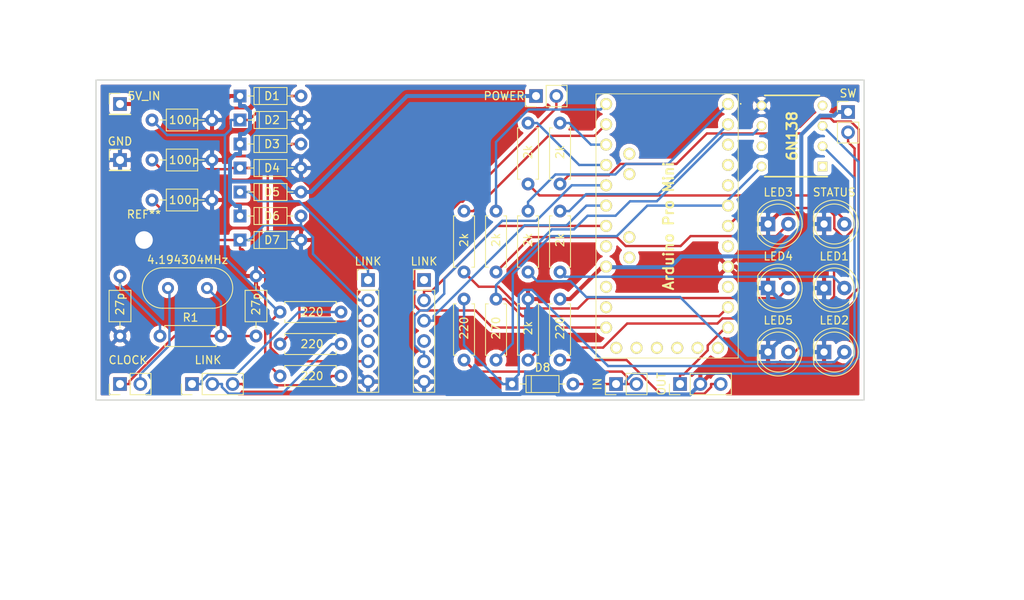
<source format=kicad_pcb>
(kicad_pcb (version 4) (host pcbnew 4.0.7)
  (layers (0 F.Cu signal) (31 B.Cu signal) (34 B.Paste user hide) (35 F.Paste user) (36 B.SilkS user) (37 F.SilkS user) (38 B.Mask user) (39 F.Mask user) (44 Edge.Cuts user))
  (net 0 "")
  (net 1 GND)
  (net 2 "Net-(C1-Pad2)")
  (net 3 "Net-(C2-Pad1)")
  (net 4 "Net-(C3-Pad1)")
  (net 5 "Net-(C4-Pad1)")
  (net 6 "Net-(C5-Pad1)")
  (net 7 VCC)
  (net 8 "Net-(D5-Pad1)")
  (net 9 "Net-(D8-Pad1)")
  (net 10 "Net-(D8-Pad2)")
  (net 11 "Net-(D9-Pad2)")
  (net 12 "Net-(D10-Pad2)")
  (net 13 "Net-(D11-Pad2)")
  (net 14 "Net-(D12-Pad2)")
  (net 15 "Net-(D13-Pad2)")
  (net 16 "Net-(D14-Pad2)")
  (net 17 D9)
  (net 18 D8)
  (net 19 "Net-(IC1-Pad3)")
  (net 20 "Net-(IC1-Pad4)")
  (net 21 "Net-(IC1-Pad5)")
  (net 22 D4)
  (net 23 "Net-(IC1-Pad7)")
  (net 24 "Net-(IC1-Pad8)")
  (net 25 "Net-(IC1-Pad10)")
  (net 26 RX)
  (net 27 TX)
  (net 28 RAW)
  (net 29 "Net-(IC1-Pad14)")
  (net 30 "Net-(IC1-Pad15)")
  (net 31 5V)
  (net 32 "Net-(IC1-Pad17)")
  (net 33 A2)
  (net 34 A1)
  (net 35 A0)
  (net 36 D13)
  (net 37 D12)
  (net 38 D11)
  (net 39 D10)
  (net 40 "Net-(IC1-Pad25)")
  (net 41 "Net-(IC1-Pad26)")
  (net 42 "Net-(IC1-Pad27)")
  (net 43 "Net-(IC1-Pad28)")
  (net 44 "Net-(IC1-Pad29)")
  (net 45 "Net-(IC1-Pad30)")
  (net 46 "Net-(IC1-Pad31)")
  (net 47 "Net-(IC1-Pad32)")
  (net 48 "Net-(IC1-Pad33)")
  (net 49 "Net-(IC1-Pad34)")
  (net 50 "Net-(IC2-Pad1)")
  (net 51 "Net-(IC2-Pad4)")
  (net 52 "Net-(IC2-Pad7)")
  (net 53 "Net-(J1-Pad2)")
  (net 54 "Net-(J2-Pad1)")
  (net 55 "Net-(J2-Pad2)")
  (net 56 "Net-(J2-Pad3)")
  (net 57 "Net-(J3-Pad4)")
  (net 58 "Net-(J5-Pad1)")
  (net 59 "Net-(J5-Pad4)")
  (net 60 "Net-(J8-Pad3)")
  (net 61 "Net-(J10-Pad2)")
  (module Capacitors_THT:C_Axial_L3.8mm_D2.6mm_P7.50mm_Horizontal (layer F.Cu) (at 89 57 90)
    (fp_text reference 27p (at 4 0 90) (layer F.SilkS))
    (fp_text value C)
    (pad 1 thru_hole circle (at 0 0 90) (size 1.6 1.6) (drill 0.8) (layers *.Cu *.Mask) (net 1 GND))
    (pad 2 thru_hole oval (at 7.5 0 90) (size 1.6 1.6) (drill 0.8) (layers *.Cu *.Mask) (net 2 "Net-(C1-Pad2)"))
  )
  (module Capacitors_THT:C_Axial_L3.8mm_D2.6mm_P7.50mm_Horizontal (layer F.Cu) (at 106 57 90)
    (fp_text reference 27p (at 4 0 90) (layer F.SilkS))
    (fp_text value C)
    (pad 1 thru_hole circle (at 0 0 90) (size 1.6 1.6) (drill 0.8) (layers *.Cu *.Mask) (net 3 "Net-(C2-Pad1)"))
    (pad 2 thru_hole oval (at 7.5 0 90) (size 1.6 1.6) (drill 0.8) (layers *.Cu *.Mask) (net 1 GND))
  )
  (module Capacitors_THT:C_Axial_L3.8mm_D2.6mm_P7.50mm_Horizontal (layer F.Cu) (at 93 30)
    (fp_text reference 100p (at 4 0) (layer F.SilkS))
    (fp_text value C)
    (pad 1 thru_hole circle (at 0 0) (size 1.6 1.6) (drill 0.8) (layers *.Cu *.Mask) (net 4 "Net-(C3-Pad1)"))
    (pad 2 thru_hole oval (at 7.5 0) (size 1.6 1.6) (drill 0.8) (layers *.Cu *.Mask) (net 1 GND))
  )
  (module Capacitors_THT:C_Axial_L3.8mm_D2.6mm_P7.50mm_Horizontal (layer F.Cu) (at 93 35)
    (fp_text reference 100p (at 4 0) (layer F.SilkS))
    (fp_text value C)
    (pad 1 thru_hole circle (at 0 0) (size 1.6 1.6) (drill 0.8) (layers *.Cu *.Mask) (net 5 "Net-(C4-Pad1)"))
    (pad 2 thru_hole oval (at 7.5 0) (size 1.6 1.6) (drill 0.8) (layers *.Cu *.Mask) (net 1 GND))
  )
  (module Capacitors_THT:C_Axial_L3.8mm_D2.6mm_P7.50mm_Horizontal (layer F.Cu) (at 93 40)
    (fp_text reference 100p (at 4 0) (layer F.SilkS))
    (fp_text value C)
    (pad 1 thru_hole circle (at 0 0) (size 1.6 1.6) (drill 0.8) (layers *.Cu *.Mask) (net 6 "Net-(C5-Pad1)"))
    (pad 2 thru_hole oval (at 7.5 0) (size 1.6 1.6) (drill 0.8) (layers *.Cu *.Mask) (net 1 GND))
  )
  (module Diodes_THT:D_DO-35_SOD27_P7.62mm_Horizontal (layer F.Cu) (at 104 27)
    (fp_text reference D1 (at 4 0) (layer F.SilkS))
    (fp_text value D)
    (pad 1 thru_hole rect (at 0 0) (size 1.6 1.6) (drill 0.8) (layers *.Cu *.Mask) (net 7 VCC))
    (pad 2 thru_hole oval (at 7.62 0) (size 1.6 1.6) (drill 0.8) (layers *.Cu *.Mask) (net 4 "Net-(C3-Pad1)"))
  )
  (module Diodes_THT:D_DO-35_SOD27_P7.62mm_Horizontal (layer F.Cu) (at 104 30)
    (fp_text reference D2 (at 4 0) (layer F.SilkS))
    (fp_text value D)
    (pad 1 thru_hole rect (at 0 0) (size 1.6 1.6) (drill 0.8) (layers *.Cu *.Mask) (net 4 "Net-(C3-Pad1)"))
    (pad 2 thru_hole oval (at 7.62 0) (size 1.6 1.6) (drill 0.8) (layers *.Cu *.Mask) (net 1 GND))
  )
  (module Diodes_THT:D_DO-35_SOD27_P7.62mm_Horizontal (layer F.Cu) (at 104 33)
    (fp_text reference D3 (at 4 0) (layer F.SilkS))
    (fp_text value D)
    (pad 1 thru_hole rect (at 0 0) (size 1.6 1.6) (drill 0.8) (layers *.Cu *.Mask) (net 7 VCC))
    (pad 2 thru_hole oval (at 7.62 0) (size 1.6 1.6) (drill 0.8) (layers *.Cu *.Mask) (net 5 "Net-(C4-Pad1)"))
  )
  (module Diodes_THT:D_DO-35_SOD27_P7.62mm_Horizontal (layer F.Cu) (at 104 36)
    (fp_text reference D4 (at 4 0) (layer F.SilkS))
    (fp_text value D)
    (pad 1 thru_hole rect (at 0 0) (size 1.6 1.6) (drill 0.8) (layers *.Cu *.Mask) (net 5 "Net-(C4-Pad1)"))
    (pad 2 thru_hole oval (at 7.62 0) (size 1.6 1.6) (drill 0.8) (layers *.Cu *.Mask) (net 1 GND))
  )
  (module Diodes_THT:D_DO-35_SOD27_P7.62mm_Horizontal (layer F.Cu) (at 104 39)
    (fp_text reference D5 (at 4 0) (layer F.SilkS))
    (fp_text value D)
    (pad 1 thru_hole rect (at 0 0) (size 1.6 1.6) (drill 0.8) (layers *.Cu *.Mask) (net 8 "Net-(D5-Pad1)"))
    (pad 2 thru_hole oval (at 7.62 0) (size 1.6 1.6) (drill 0.8) (layers *.Cu *.Mask) (net 7 VCC))
  )
  (module Diodes_THT:D_DO-35_SOD27_P7.62mm_Horizontal (layer F.Cu) (at 104 42)
    (fp_text reference D6 (at 4 0) (layer F.SilkS))
    (fp_text value D)
    (pad 1 thru_hole rect (at 0 0) (size 1.6 1.6) (drill 0.8) (layers *.Cu *.Mask) (net 7 VCC))
    (pad 2 thru_hole oval (at 7.62 0) (size 1.6 1.6) (drill 0.8) (layers *.Cu *.Mask) (net 6 "Net-(C5-Pad1)"))
  )
  (module Diodes_THT:D_DO-35_SOD27_P7.62mm_Horizontal (layer F.Cu) (at 104 45)
    (fp_text reference D7 (at 4 0) (layer F.SilkS))
    (fp_text value D)
    (pad 1 thru_hole rect (at 0 0) (size 1.6 1.6) (drill 0.8) (layers *.Cu *.Mask) (net 6 "Net-(C5-Pad1)"))
    (pad 2 thru_hole oval (at 7.62 0) (size 1.6 1.6) (drill 0.8) (layers *.Cu *.Mask) (net 1 GND))
  )
  (module Diodes_THT:D_DO-35_SOD27_P7.62mm_Horizontal (layer F.Cu) (at 138 63)
    (fp_text reference D8 (at 3.81 -2.06) (layer F.SilkS))
    (fp_text value D)
    (pad 1 thru_hole rect (at 0 0) (size 1.6 1.6) (drill 0.8) (layers *.Cu *.Mask) (net 9 "Net-(D8-Pad1)"))
    (pad 2 thru_hole oval (at 7.62 0) (size 1.6 1.6) (drill 0.8) (layers *.Cu *.Mask) (net 10 "Net-(D8-Pad2)"))
  )
  (module LEDs:LED_D5.0mm (layer F.Cu) (at 177 51)
    (fp_text reference LED1 (at 1.27 -3.96) (layer F.SilkS))
    (fp_text value LED)
    (pad 1 thru_hole rect (at 0 0) (size 1.8 1.8) (drill 0.9) (layers *.Cu *.Mask) (net 1 GND))
    (pad 2 thru_hole circle (at 2.54 0) (size 1.8 1.8) (drill 0.9) (layers *.Cu *.Mask) (net 11 "Net-(D9-Pad2)"))
  )
  (module LEDs:LED_D5.0mm (layer F.Cu) (at 177 59)
    (fp_text reference LED2 (at 1.27 -3.96) (layer F.SilkS))
    (fp_text value LED)
    (pad 1 thru_hole rect (at 0 0) (size 1.8 1.8) (drill 0.9) (layers *.Cu *.Mask) (net 1 GND))
    (pad 2 thru_hole circle (at 2.54 0) (size 1.8 1.8) (drill 0.9) (layers *.Cu *.Mask) (net 12 "Net-(D10-Pad2)"))
  )
  (module LEDs:LED_D5.0mm (layer F.Cu) (at 170 43)
    (fp_text reference LED3 (at 1.27 -3.96) (layer F.SilkS))
    (fp_text value LED)
    (pad 1 thru_hole rect (at 0 0) (size 1.8 1.8) (drill 0.9) (layers *.Cu *.Mask) (net 1 GND))
    (pad 2 thru_hole circle (at 2.54 0) (size 1.8 1.8) (drill 0.9) (layers *.Cu *.Mask) (net 13 "Net-(D11-Pad2)"))
  )
  (module LEDs:LED_D5.0mm (layer F.Cu) (at 170 51)
    (fp_text reference LED4 (at 1.27 -3.96) (layer F.SilkS))
    (fp_text value LED)
    (pad 1 thru_hole rect (at 0 0) (size 1.8 1.8) (drill 0.9) (layers *.Cu *.Mask) (net 1 GND))
    (pad 2 thru_hole circle (at 2.54 0) (size 1.8 1.8) (drill 0.9) (layers *.Cu *.Mask) (net 14 "Net-(D12-Pad2)"))
  )
  (module LEDs:LED_D5.0mm (layer F.Cu) (at 170 59)
    (fp_text reference LED5 (at 1.27 -3.96) (layer F.SilkS))
    (fp_text value LED)
    (pad 1 thru_hole rect (at 0 0) (size 1.8 1.8) (drill 0.9) (layers *.Cu *.Mask) (net 1 GND))
    (pad 2 thru_hole circle (at 2.54 0) (size 1.8 1.8) (drill 0.9) (layers *.Cu *.Mask) (net 15 "Net-(D13-Pad2)"))
  )
  (module LEDs:LED_D5.0mm (layer F.Cu) (at 177 43)
    (fp_text reference STATUS (at 1.27 -3.96) (layer F.SilkS))
    (fp_text value LED)
    (pad 1 thru_hole rect (at 0 0) (size 1.8 1.8) (drill 0.9) (layers *.Cu *.Mask) (net 1 GND))
    (pad 2 thru_hole circle (at 2.54 0) (size 1.8 1.8) (drill 0.9) (layers *.Cu *.Mask) (net 16 "Net-(D14-Pad2)"))
  )
  (module SamacSys_Parts:ARDPROMINI5 (layer F.Cu) (at 165 28 270)
    (fp_text reference "Arduino Pro Mini" (at 15.24 7.44 270) (layer F.SilkS) (effects (font (size 1.27 1.27) (thickness 0.254))))
    (fp_text value ARD-PRO-MINI-5 hide)
    (pad 1 thru_hole circle (at 0 0) (size 1.5 1.5) (drill 1) (layers *.Cu *.Mask F.SilkS) (net 17 D9))
    (pad 2 thru_hole circle (at 2.54 0) (size 1.5 1.5) (drill 1) (layers *.Cu *.Mask F.SilkS) (net 18 D8))
    (pad 3 thru_hole circle (at 5.08 0) (size 1.5 1.5) (drill 1) (layers *.Cu *.Mask F.SilkS) (net 19 "Net-(IC1-Pad3)"))
    (pad 4 thru_hole circle (at 7.62 0) (size 1.5 1.5) (drill 1) (layers *.Cu *.Mask F.SilkS) (net 20 "Net-(IC1-Pad4)"))
    (pad 5 thru_hole circle (at 10.16 0) (size 1.5 1.5) (drill 1) (layers *.Cu *.Mask F.SilkS) (net 21 "Net-(IC1-Pad5)"))
    (pad 6 thru_hole circle (at 12.7 0) (size 1.5 1.5) (drill 1) (layers *.Cu *.Mask F.SilkS) (net 22 D4))
    (pad 7 thru_hole circle (at 15.24 0) (size 1.5 1.5) (drill 1) (layers *.Cu *.Mask F.SilkS) (net 23 "Net-(IC1-Pad7)"))
    (pad 8 thru_hole circle (at 17.78 0) (size 1.5 1.5) (drill 1) (layers *.Cu *.Mask F.SilkS) (net 24 "Net-(IC1-Pad8)"))
    (pad 9 thru_hole circle (at 20.32 0) (size 1.5 1.5) (drill 1) (layers *.Cu *.Mask F.SilkS) (net 1 GND))
    (pad 10 thru_hole circle (at 22.86 0) (size 1.5 1.5) (drill 1) (layers *.Cu *.Mask F.SilkS) (net 25 "Net-(IC1-Pad10)"))
    (pad 11 thru_hole circle (at 25.4 0) (size 1.5 1.5) (drill 1) (layers *.Cu *.Mask F.SilkS) (net 26 RX))
    (pad 12 thru_hole circle (at 27.94 0) (size 1.5 1.5) (drill 1) (layers *.Cu *.Mask F.SilkS) (net 27 TX))
    (pad 13 thru_hole circle (at 27.94 15.24) (size 1.5 1.5) (drill 1) (layers *.Cu *.Mask F.SilkS) (net 28 RAW))
    (pad 14 thru_hole circle (at 25.4 15.24) (size 1.5 1.5) (drill 1) (layers *.Cu *.Mask F.SilkS) (net 29 "Net-(IC1-Pad14)"))
    (pad 15 thru_hole circle (at 22.86 15.24) (size 1.5 1.5) (drill 1) (layers *.Cu *.Mask F.SilkS) (net 30 "Net-(IC1-Pad15)"))
    (pad 16 thru_hole circle (at 20.32 15.24) (size 1.5 1.5) (drill 1) (layers *.Cu *.Mask F.SilkS) (net 31 5V))
    (pad 17 thru_hole circle (at 17.78 15.24) (size 1.5 1.5) (drill 1) (layers *.Cu *.Mask F.SilkS) (net 32 "Net-(IC1-Pad17)"))
    (pad 18 thru_hole circle (at 15.24 15.24) (size 1.5 1.5) (drill 1) (layers *.Cu *.Mask F.SilkS) (net 33 A2))
    (pad 19 thru_hole circle (at 12.7 15.24) (size 1.5 1.5) (drill 1) (layers *.Cu *.Mask F.SilkS) (net 34 A1))
    (pad 20 thru_hole circle (at 10.16 15.24) (size 1.5 1.5) (drill 1) (layers *.Cu *.Mask F.SilkS) (net 35 A0))
    (pad 21 thru_hole circle (at 7.62 15.24) (size 1.5 1.5) (drill 1) (layers *.Cu *.Mask F.SilkS) (net 36 D13))
    (pad 22 thru_hole circle (at 5.08 15.24) (size 1.5 1.5) (drill 1) (layers *.Cu *.Mask F.SilkS) (net 37 D12))
    (pad 23 thru_hole circle (at 2.54 15.24) (size 1.5 1.5) (drill 1) (layers *.Cu *.Mask F.SilkS) (net 38 D11))
    (pad 24 thru_hole circle (at 0 15.24) (size 1.5 1.5) (drill 1) (layers *.Cu *.Mask F.SilkS) (net 39 D10))
    (pad 25 thru_hole circle (at 6.22 12.34) (size 1.5 1.5) (drill 1) (layers *.Cu *.Mask F.SilkS) (net 40 "Net-(IC1-Pad25)"))
    (pad 26 thru_hole circle (at 8.76 12.34) (size 1.5 1.5) (drill 1) (layers *.Cu *.Mask F.SilkS) (net 41 "Net-(IC1-Pad26)"))
    (pad 27 thru_hole circle (at 16.65 12.34) (size 1.5 1.5) (drill 1) (layers *.Cu *.Mask F.SilkS) (net 42 "Net-(IC1-Pad27)"))
    (pad 28 thru_hole circle (at 19.19 12.34) (size 1.5 1.5) (drill 1) (layers *.Cu *.Mask F.SilkS) (net 43 "Net-(IC1-Pad28)"))
    (pad 29 thru_hole circle (at 30.48 13.97) (size 1.5 1.5) (drill 1) (layers *.Cu *.Mask F.SilkS) (net 44 "Net-(IC1-Pad29)"))
    (pad 30 thru_hole circle (at 30.48 11.43) (size 1.5 1.5) (drill 1) (layers *.Cu *.Mask F.SilkS) (net 45 "Net-(IC1-Pad30)"))
    (pad 31 thru_hole circle (at 30.48 8.89) (size 1.5 1.5) (drill 1) (layers *.Cu *.Mask F.SilkS) (net 46 "Net-(IC1-Pad31)"))
    (pad 32 thru_hole circle (at 30.48 6.35) (size 1.5 1.5) (drill 1) (layers *.Cu *.Mask F.SilkS) (net 47 "Net-(IC1-Pad32)"))
    (pad 33 thru_hole circle (at 30.48 3.81) (size 1.5 1.5) (drill 1) (layers *.Cu *.Mask F.SilkS) (net 48 "Net-(IC1-Pad33)"))
    (pad 34 thru_hole circle (at 30.48 1.27) (size 1.5 1.5) (drill 1) (layers *.Cu *.Mask F.SilkS) (net 49 "Net-(IC1-Pad34)"))
  )
  (module SamacSys_Parts:DIP762W60P254L1016H465Q8N (layer F.Cu) (at 173 32 180)
    (fp_text reference 6N138 (at 0 0 270) (layer F.SilkS) (effects (font (size 1.27 1.27) (thickness 0.254))))
    (fp_text value 6N138 hide)
    (pad 1 thru_hole rect (at -3.81 -3.81 270) (size 1.2 1.2) (drill 0.8) (layers *.Cu *.Mask F.SilkS) (net 50 "Net-(IC2-Pad1)"))
    (pad 2 thru_hole circle (at -3.81 -1.27 270) (size 1.2 1.2) (drill 0.8) (layers *.Cu *.Mask F.SilkS) (net 9 "Net-(D8-Pad1)"))
    (pad 3 thru_hole circle (at -3.81 1.27 270) (size 1.2 1.2) (drill 0.8) (layers *.Cu *.Mask F.SilkS) (net 10 "Net-(D8-Pad2)"))
    (pad 4 thru_hole circle (at -3.81 3.81 270) (size 1.2 1.2) (drill 0.8) (layers *.Cu *.Mask F.SilkS) (net 51 "Net-(IC2-Pad4)"))
    (pad 5 thru_hole circle (at 3.81 3.81 270) (size 1.2 1.2) (drill 0.8) (layers *.Cu *.Mask F.SilkS) (net 1 GND))
    (pad 6 thru_hole circle (at 3.81 1.27 270) (size 1.2 1.2) (drill 0.8) (layers *.Cu *.Mask F.SilkS) (net 26 RX))
    (pad 7 thru_hole circle (at 3.81 -1.27 270) (size 1.2 1.2) (drill 0.8) (layers *.Cu *.Mask F.SilkS) (net 52 "Net-(IC2-Pad7)"))
    (pad 8 thru_hole circle (at 3.81 -3.81 270) (size 1.2 1.2) (drill 0.8) (layers *.Cu *.Mask F.SilkS) (net 22 D4))
  )
  (module Pin_Headers:Pin_Header_Straight_1x02_Pitch2.54mm (layer F.Cu) (at 89 63 90)
    (fp_text reference CLOCK (at 3 1 180) (layer F.SilkS))
    (fp_text value "CLOCK SGB CPU")
    (pad 1 thru_hole rect (at 0 0 90) (size 1.7 1.7) (drill 1) (layers *.Cu *.Mask) (net 3 "Net-(C2-Pad1)"))
    (pad 2 thru_hole oval (at 0 2.54 90) (size 1.7 1.7) (drill 1) (layers *.Cu *.Mask) (net 53 "Net-(J1-Pad2)"))
  )
  (module Pin_Headers:Pin_Header_Straight_1x03_Pitch2.54mm (layer F.Cu) (at 98 63 90)
    (fp_text reference LINK (at 3 2 180) (layer F.SilkS))
    (fp_text value "LINK SGB CPU")
    (pad 1 thru_hole rect (at 0 0 90) (size 1.7 1.7) (drill 1) (layers *.Cu *.Mask) (net 54 "Net-(J2-Pad1)"))
    (pad 2 thru_hole oval (at 0 2.54 90) (size 1.7 1.7) (drill 1) (layers *.Cu *.Mask) (net 55 "Net-(J2-Pad2)"))
    (pad 3 thru_hole oval (at 0 5.08 90) (size 1.7 1.7) (drill 1) (layers *.Cu *.Mask) (net 56 "Net-(J2-Pad3)"))
  )
  (module Pin_Headers:Pin_Header_Straight_1x06_Pitch2.54mm (layer F.Cu) (at 120 50)
    (fp_text reference LINK (at 0 -2.33) (layer F.SilkS))
    (fp_text value "LINK IN")
    (pad 1 thru_hole rect (at 0 0) (size 1.7 1.7) (drill 1) (layers *.Cu *.Mask) (net 8 "Net-(D5-Pad1)"))
    (pad 2 thru_hole oval (at 0 2.54) (size 1.7 1.7) (drill 1) (layers *.Cu *.Mask) (net 6 "Net-(C5-Pad1)"))
    (pad 3 thru_hole oval (at 0 5.08) (size 1.7 1.7) (drill 1) (layers *.Cu *.Mask) (net 5 "Net-(C4-Pad1)"))
    (pad 4 thru_hole oval (at 0 7.62) (size 1.7 1.7) (drill 1) (layers *.Cu *.Mask) (net 57 "Net-(J3-Pad4)"))
    (pad 5 thru_hole oval (at 0 10.16) (size 1.7 1.7) (drill 1) (layers *.Cu *.Mask) (net 4 "Net-(C3-Pad1)"))
    (pad 6 thru_hole oval (at 0 12.7) (size 1.7 1.7) (drill 1) (layers *.Cu *.Mask) (net 1 GND))
  )
  (module Pin_Headers:Pin_Header_Straight_1x01_Pitch2.54mm (layer F.Cu) (at 89 28)
    (fp_text reference 5V_IN (at 3 -1) (layer F.SilkS))
    (fp_text value 5V)
    (pad 1 thru_hole rect (at 0 0) (size 1.7 1.7) (drill 1) (layers *.Cu *.Mask) (net 7 VCC))
  )
  (module Pin_Headers:Pin_Header_Straight_1x06_Pitch2.54mm (layer F.Cu) (at 127 50)
    (fp_text reference LINK (at 0 -2.33) (layer F.SilkS))
    (fp_text value Conn_01x06)
    (pad 1 thru_hole rect (at 0 0) (size 1.7 1.7) (drill 1) (layers *.Cu *.Mask) (net 58 "Net-(J5-Pad1)"))
    (pad 2 thru_hole oval (at 0 2.54) (size 1.7 1.7) (drill 1) (layers *.Cu *.Mask) (net 33 A2))
    (pad 3 thru_hole oval (at 0 5.08) (size 1.7 1.7) (drill 1) (layers *.Cu *.Mask) (net 34 A1))
    (pad 4 thru_hole oval (at 0 7.62) (size 1.7 1.7) (drill 1) (layers *.Cu *.Mask) (net 59 "Net-(J5-Pad4)"))
    (pad 5 thru_hole oval (at 0 10.16) (size 1.7 1.7) (drill 1) (layers *.Cu *.Mask) (net 35 A0))
    (pad 6 thru_hole oval (at 0 12.7) (size 1.7 1.7) (drill 1) (layers *.Cu *.Mask) (net 1 GND))
  )
  (module Pin_Headers:Pin_Header_Straight_1x01_Pitch2.54mm (layer F.Cu) (at 89 35)
    (fp_text reference GND (at 0 -2.33) (layer F.SilkS))
    (fp_text value GND)
    (pad 1 thru_hole rect (at 0 0) (size 1.7 1.7) (drill 1) (layers *.Cu *.Mask) (net 1 GND))
  )
  (module Pin_Headers:Pin_Header_Straight_1x02_Pitch2.54mm (layer F.Cu) (at 141 27 90)
    (fp_text reference POWER (at 0 -4 180) (layer F.SilkS))
    (fp_text value POWER)
    (pad 1 thru_hole rect (at 0 0 90) (size 1.7 1.7) (drill 1) (layers *.Cu *.Mask) (net 7 VCC))
    (pad 2 thru_hole oval (at 0 2.54 90) (size 1.7 1.7) (drill 1) (layers *.Cu *.Mask) (net 28 RAW))
  )
  (module Pin_Headers:Pin_Header_Straight_1x03_Pitch2.54mm (layer F.Cu) (at 159 63 90)
    (fp_text reference OUT (at 0 -2.33 90) (layer F.SilkS))
    (fp_text value "MIDI OUT")
    (pad 1 thru_hole rect (at 0 0 90) (size 1.7 1.7) (drill 1) (layers *.Cu *.Mask) (net 27 TX))
    (pad 2 thru_hole oval (at 0 2.54 90) (size 1.7 1.7) (drill 1) (layers *.Cu *.Mask) (net 1 GND))
    (pad 3 thru_hole oval (at 0 5.08 90) (size 1.7 1.7) (drill 1) (layers *.Cu *.Mask) (net 60 "Net-(J8-Pad3)"))
  )
  (module Pin_Headers:Pin_Header_Straight_1x02_Pitch2.54mm (layer F.Cu) (at 180 29)
    (fp_text reference SW (at 0 -2.33) (layer F.SilkS))
    (fp_text value SWITCH)
    (pad 1 thru_hole rect (at 0 0) (size 1.7 1.7) (drill 1) (layers *.Cu *.Mask) (net 31 5V))
    (pad 2 thru_hole oval (at 0 2.54) (size 1.7 1.7) (drill 1) (layers *.Cu *.Mask) (net 23 "Net-(IC1-Pad7)"))
  )
  (module Pin_Headers:Pin_Header_Straight_1x02_Pitch2.54mm (layer F.Cu) (at 151 63 90)
    (fp_text reference IN (at 0 -2.33 90) (layer F.SilkS))
    (fp_text value "MIDI IN")
    (pad 1 thru_hole rect (at 0 0 90) (size 1.7 1.7) (drill 1) (layers *.Cu *.Mask) (net 10 "Net-(D8-Pad2)"))
    (pad 2 thru_hole oval (at 0 2.54 90) (size 1.7 1.7) (drill 1) (layers *.Cu *.Mask) (net 61 "Net-(J10-Pad2)"))
  )
  (module Resistors_THT:R_Axial_DIN0207_L6.3mm_D2.5mm_P7.62mm_Horizontal (layer F.Cu) (at 94 57)
    (fp_text reference R1 (at 3.81 -2.31) (layer F.SilkS))
    (fp_text value R)
    (pad 1 thru_hole circle (at 0 0) (size 1.6 1.6) (drill 0.8) (layers *.Cu *.Mask) (net 2 "Net-(C1-Pad2)"))
    (pad 2 thru_hole oval (at 7.62 0) (size 1.6 1.6) (drill 0.8) (layers *.Cu *.Mask) (net 3 "Net-(C2-Pad1)"))
  )
  (module Resistors_THT:R_Axial_DIN0207_L6.3mm_D2.5mm_P7.62mm_Horizontal (layer F.Cu) (at 109 54)
    (fp_text reference 220 (at 4 0) (layer F.SilkS))
    (fp_text value R)
    (pad 1 thru_hole circle (at 0 0) (size 1.6 1.6) (drill 0.8) (layers *.Cu *.Mask) (net 4 "Net-(C3-Pad1)"))
    (pad 2 thru_hole oval (at 7.62 0) (size 1.6 1.6) (drill 0.8) (layers *.Cu *.Mask) (net 54 "Net-(J2-Pad1)"))
  )
  (module Resistors_THT:R_Axial_DIN0207_L6.3mm_D2.5mm_P7.62mm_Horizontal (layer F.Cu) (at 109 58)
    (fp_text reference 220 (at 4 0) (layer F.SilkS))
    (fp_text value R)
    (pad 1 thru_hole circle (at 0 0) (size 1.6 1.6) (drill 0.8) (layers *.Cu *.Mask) (net 5 "Net-(C4-Pad1)"))
    (pad 2 thru_hole oval (at 7.62 0) (size 1.6 1.6) (drill 0.8) (layers *.Cu *.Mask) (net 55 "Net-(J2-Pad2)"))
  )
  (module Resistors_THT:R_Axial_DIN0207_L6.3mm_D2.5mm_P7.62mm_Horizontal (layer F.Cu) (at 109 62)
    (fp_text reference 220 (at 4 0) (layer F.SilkS))
    (fp_text value R)
    (pad 1 thru_hole circle (at 0 0) (size 1.6 1.6) (drill 0.8) (layers *.Cu *.Mask) (net 6 "Net-(C5-Pad1)"))
    (pad 2 thru_hole oval (at 7.62 0) (size 1.6 1.6) (drill 0.8) (layers *.Cu *.Mask) (net 56 "Net-(J2-Pad3)"))
  )
  (module Resistors_THT:R_Axial_DIN0207_L6.3mm_D2.5mm_P7.62mm_Horizontal (layer F.Cu) (at 144 60 90)
    (fp_text reference 220 (at 4 0 90) (layer F.SilkS))
    (fp_text value R)
    (pad 1 thru_hole circle (at 0 0 90) (size 1.6 1.6) (drill 0.8) (layers *.Cu *.Mask) (net 60 "Net-(J8-Pad3)"))
    (pad 2 thru_hole oval (at 7.62 0 90) (size 1.6 1.6) (drill 0.8) (layers *.Cu *.Mask) (net 31 5V))
  )
  (module Resistors_THT:R_Axial_DIN0207_L6.3mm_D2.5mm_P7.62mm_Horizontal (layer F.Cu) (at 140 60 90)
    (fp_text reference 2k (at 4 0 90) (layer F.SilkS))
    (fp_text value R)
    (pad 1 thru_hole circle (at 0 0 90) (size 1.6 1.6) (drill 0.8) (layers *.Cu *.Mask) (net 23 "Net-(IC1-Pad7)"))
    (pad 2 thru_hole oval (at 7.62 0 90) (size 1.6 1.6) (drill 0.8) (layers *.Cu *.Mask) (net 1 GND))
  )
  (module Resistors_THT:R_Axial_DIN0207_L6.3mm_D2.5mm_P7.62mm_Horizontal (layer F.Cu) (at 136 60 90)
    (fp_text reference 270 (at 4 0 90) (layer F.SilkS))
    (fp_text value R)
    (pad 1 thru_hole circle (at 0 0 90) (size 1.6 1.6) (drill 0.8) (layers *.Cu *.Mask) (net 22 D4))
    (pad 2 thru_hole oval (at 7.62 0 90) (size 1.6 1.6) (drill 0.8) (layers *.Cu *.Mask) (net 26 RX))
  )
  (module Resistors_THT:R_Axial_DIN0207_L6.3mm_D2.5mm_P7.62mm_Horizontal (layer F.Cu) (at 132 60 90)
    (fp_text reference 220 (at 4 0 90) (layer F.SilkS))
    (fp_text value R)
    (pad 1 thru_hole circle (at 0 0 90) (size 1.6 1.6) (drill 0.8) (layers *.Cu *.Mask) (net 61 "Net-(J10-Pad2)"))
    (pad 2 thru_hole oval (at 7.62 0 90) (size 1.6 1.6) (drill 0.8) (layers *.Cu *.Mask) (net 9 "Net-(D8-Pad1)"))
  )
  (module Resistors_THT:R_Axial_DIN0207_L6.3mm_D2.5mm_P7.62mm_Horizontal (layer F.Cu) (at 144 49 90)
    (fp_text reference 2k (at 4 0 90) (layer F.SilkS))
    (fp_text value R)
    (pad 1 thru_hole circle (at 0 0 90) (size 1.6 1.6) (drill 0.8) (layers *.Cu *.Mask) (net 11 "Net-(D9-Pad2)"))
    (pad 2 thru_hole oval (at 7.62 0 90) (size 1.6 1.6) (drill 0.8) (layers *.Cu *.Mask) (net 18 D8))
  )
  (module Resistors_THT:R_Axial_DIN0207_L6.3mm_D2.5mm_P7.62mm_Horizontal (layer F.Cu) (at 140 49 90)
    (fp_text reference 2k (at 4 0 90) (layer F.SilkS))
    (fp_text value R)
    (pad 1 thru_hole circle (at 0 0 90) (size 1.6 1.6) (drill 0.8) (layers *.Cu *.Mask) (net 12 "Net-(D10-Pad2)"))
    (pad 2 thru_hole oval (at 7.62 0 90) (size 1.6 1.6) (drill 0.8) (layers *.Cu *.Mask) (net 17 D9))
  )
  (module Resistors_THT:R_Axial_DIN0207_L6.3mm_D2.5mm_P7.62mm_Horizontal (layer F.Cu) (at 136 49 90)
    (fp_text reference 2k (at 4 0 90) (layer F.SilkS))
    (fp_text value R)
    (pad 1 thru_hole circle (at 0 0 90) (size 1.6 1.6) (drill 0.8) (layers *.Cu *.Mask) (net 13 "Net-(D11-Pad2)"))
    (pad 2 thru_hole oval (at 7.62 0 90) (size 1.6 1.6) (drill 0.8) (layers *.Cu *.Mask) (net 39 D10))
  )
  (module Resistors_THT:R_Axial_DIN0207_L6.3mm_D2.5mm_P7.62mm_Horizontal (layer F.Cu) (at 132 49 90)
    (fp_text reference 2k (at 4 0 90) (layer F.SilkS))
    (fp_text value R)
    (pad 1 thru_hole circle (at 0 0 90) (size 1.6 1.6) (drill 0.8) (layers *.Cu *.Mask) (net 14 "Net-(D12-Pad2)"))
    (pad 2 thru_hole oval (at 7.62 0 90) (size 1.6 1.6) (drill 0.8) (layers *.Cu *.Mask) (net 38 D11))
  )
  (module Resistors_THT:R_Axial_DIN0207_L6.3mm_D2.5mm_P7.62mm_Horizontal (layer F.Cu) (at 144 38 90)
    (fp_text reference 2k (at 4 0 90) (layer F.SilkS))
    (fp_text value R)
    (pad 1 thru_hole circle (at 0 0 90) (size 1.6 1.6) (drill 0.8) (layers *.Cu *.Mask) (net 15 "Net-(D13-Pad2)"))
    (pad 2 thru_hole oval (at 7.62 0 90) (size 1.6 1.6) (drill 0.8) (layers *.Cu *.Mask) (net 37 D12))
  )
  (module Resistors_THT:R_Axial_DIN0207_L6.3mm_D2.5mm_P7.62mm_Horizontal (layer F.Cu) (at 140 38 90)
    (fp_text reference 2k (at 4 0 90) (layer F.SilkS))
    (fp_text value R)
    (pad 1 thru_hole circle (at 0 0 90) (size 1.6 1.6) (drill 0.8) (layers *.Cu *.Mask) (net 16 "Net-(D14-Pad2)"))
    (pad 2 thru_hole oval (at 7.62 0 90) (size 1.6 1.6) (drill 0.8) (layers *.Cu *.Mask) (net 36 D13))
  )
  (module Crystals:Crystal_HC49-U_Vertical (layer F.Cu) (at 95 51)
    (fp_text reference 4.194304MHz (at 2.44 -3.525) (layer F.SilkS))
    (fp_text value Crystal)
    (pad 1 thru_hole circle (at 0 0) (size 1.5 1.5) (drill 0.8) (layers *.Cu *.Mask) (net 53 "Net-(J1-Pad2)"))
    (pad 2 thru_hole circle (at 4.88 0) (size 1.5 1.5) (drill 0.8) (layers *.Cu *.Mask) (net 3 "Net-(C2-Pad1)"))
  )
  (module Mounting_Holes:MountingHole_2.2mm_M2 (layer F.Cu) (at 92 45)
    (fp_text reference REF** (at 0 -3.2) (layer F.SilkS))
    (fp_text value MountingHole_2.2mm_M2)
    (pad 1 np_thru_hole circle (at 0 0) (size 2.2 2.2) (drill 2.2) (layers *.Cu *.Mask))
  )
  (gr_line (start 182 25) (end 86 25) (angle 90) (layer Edge.Cuts) (width 0.15))
  (gr_line (start 182 65) (end 182 25) (angle 90) (layer Edge.Cuts) (width 0.15))
  (gr_line (start 86 65) (end 182 65) (angle 90) (layer Edge.Cuts) (width 0.15))
  (gr_line (start 86 25) (end 86 65) (angle 90) (layer Edge.Cuts) (width 0.15))
  (segment (start 165.54 59) (end 170 59) (width 0.5) (layer F.Cu) (net 1))
  (segment (start 161.54 63) (end 165.54 59) (width 0.5) (layer F.Cu) (net 1))
  (segment (start 170.2404 29.2404) (end 169.19 28.19) (width 0.5) (layer B.Cu) (net 1))
  (segment (start 170.2404 41.4093) (end 170.2404 29.2404) (width 0.5) (layer B.Cu) (net 1))
  (segment (start 170 41.6497) (end 170.2404 41.4093) (width 0.5) (layer B.Cu) (net 1))
  (segment (start 170 43) (end 170 41.6497) (width 0.5) (layer B.Cu) (net 1))
  (segment (start 92.274 53.726) (end 89 57) (width 0.5) (layer F.Cu) (net 1))
  (segment (start 100.5237 53.726) (end 92.274 53.726) (width 0.5) (layer F.Cu) (net 1))
  (segment (start 104.7497 49.5) (end 100.5237 53.726) (width 0.5) (layer F.Cu) (net 1))
  (segment (start 106 49.5) (end 104.7497 49.5) (width 0.5) (layer F.Cu) (net 1))
  (segment (start 111.6977 43.7497) (end 111.62 43.7497) (width 0.5) (layer F.Cu) (net 1))
  (segment (start 112.8775 42.5699) (end 111.6977 43.7497) (width 0.5) (layer F.Cu) (net 1))
  (segment (start 112.8775 38.4297) (end 112.8775 42.5699) (width 0.5) (layer F.Cu) (net 1))
  (segment (start 111.6981 37.2503) (end 112.8775 38.4297) (width 0.5) (layer F.Cu) (net 1))
  (segment (start 111.62 37.2503) (end 111.6981 37.2503) (width 0.5) (layer F.Cu) (net 1))
  (segment (start 111.62 36) (end 111.62 37.2503) (width 0.5) (layer F.Cu) (net 1))
  (segment (start 111.62 45) (end 111.62 43.7497) (width 0.5) (layer F.Cu) (net 1))
  (segment (start 165.9697 48.32) (end 165 48.32) (width 0.5) (layer F.Cu) (net 1))
  (segment (start 168.6497 51) (end 165.9697 48.32) (width 0.5) (layer F.Cu) (net 1))
  (segment (start 170 51) (end 168.6497 51) (width 0.5) (layer F.Cu) (net 1))
  (segment (start 177 51) (end 177 43) (width 0.5) (layer F.Cu) (net 1))
  (segment (start 174.2994 41.6497) (end 175.6497 43) (width 0.5) (layer F.Cu) (net 1))
  (segment (start 171.3503 41.6497) (end 174.2994 41.6497) (width 0.5) (layer F.Cu) (net 1))
  (segment (start 170 43) (end 171.3503 41.6497) (width 0.5) (layer F.Cu) (net 1))
  (segment (start 177 43) (end 175.6497 43) (width 0.5) (layer F.Cu) (net 1))
  (segment (start 100.5 35) (end 100.5 40) (width 0.5) (layer B.Cu) (net 1))
  (segment (start 97.9216 33.6719) (end 99.2497 35) (width 0.5) (layer B.Cu) (net 1))
  (segment (start 91.6284 33.6719) (end 97.9216 33.6719) (width 0.5) (layer B.Cu) (net 1))
  (segment (start 90.3003 35) (end 91.6284 33.6719) (width 0.5) (layer B.Cu) (net 1))
  (segment (start 89 35) (end 90.3003 35) (width 0.5) (layer B.Cu) (net 1))
  (segment (start 100.5 35) (end 99.2497 35) (width 0.5) (layer B.Cu) (net 1))
  (segment (start 111.6977 31.2503) (end 111.62 31.2503) (width 0.5) (layer B.Cu) (net 1))
  (segment (start 112.8775 32.4301) (end 111.6977 31.2503) (width 0.5) (layer B.Cu) (net 1))
  (segment (start 112.8775 33.5703) (end 112.8775 32.4301) (width 0.5) (layer B.Cu) (net 1))
  (segment (start 111.6981 34.7497) (end 112.8775 33.5703) (width 0.5) (layer B.Cu) (net 1))
  (segment (start 111.62 34.7497) (end 111.6981 34.7497) (width 0.5) (layer B.Cu) (net 1))
  (segment (start 111.62 36) (end 111.62 34.7497) (width 0.5) (layer B.Cu) (net 1))
  (segment (start 111.62 30) (end 111.62 31.2503) (width 0.5) (layer B.Cu) (net 1))
  (segment (start 177 51) (end 175.6497 51) (width 0.5) (layer B.Cu) (net 1))
  (segment (start 175.6497 51) (end 172.8249 53.8248) (width 0.5) (layer B.Cu) (net 1))
  (segment (start 172.8249 53.8248) (end 170 51) (width 0.5) (layer B.Cu) (net 1))
  (segment (start 177 59) (end 175.6497 59) (width 0.5) (layer B.Cu) (net 1))
  (segment (start 172.8249 56.1751) (end 175.6497 59) (width 0.5) (layer B.Cu) (net 1))
  (segment (start 170 59) (end 172.8249 56.1751) (width 0.5) (layer B.Cu) (net 1))
  (segment (start 172.8248 53.8249) (end 172.8249 53.8248) (width 0.5) (layer B.Cu) (net 1))
  (segment (start 172.8248 55.8475) (end 172.8248 53.8249) (width 0.5) (layer B.Cu) (net 1))
  (segment (start 172.8249 55.8476) (end 172.8248 55.8475) (width 0.5) (layer B.Cu) (net 1))
  (segment (start 172.8249 56.1751) (end 172.8249 55.8476) (width 0.5) (layer B.Cu) (net 1))
  (segment (start 111.62 30) (end 110.3697 30) (width 0.5) (layer F.Cu) (net 1))
  (segment (start 100.5 30) (end 101.7503 30) (width 0.5) (layer F.Cu) (net 1))
  (segment (start 100.5014 33.7497) (end 103.0007 31.2504) (width 0.5) (layer F.Cu) (net 1))
  (segment (start 100.5 33.7497) (end 100.5014 33.7497) (width 0.5) (layer F.Cu) (net 1))
  (segment (start 109.1193 31.2504) (end 103.0007 31.2504) (width 0.5) (layer F.Cu) (net 1))
  (segment (start 110.3697 30) (end 109.1193 31.2504) (width 0.5) (layer F.Cu) (net 1))
  (segment (start 103.0007 31.2504) (end 101.7503 30) (width 0.5) (layer F.Cu) (net 1))
  (segment (start 100.5 35) (end 100.5 33.7497) (width 0.5) (layer F.Cu) (net 1))
  (segment (start 140 52.38) (end 140 53.6303) (width 0.5) (layer B.Cu) (net 1))
  (segment (start 127 62.7) (end 128.3003 62.7) (width 0.5) (layer B.Cu) (net 1))
  (segment (start 160.2396 64.3004) (end 161.54 63) (width 0.5) (layer B.Cu) (net 1))
  (segment (start 143.6609 64.3004) (end 160.2396 64.3004) (width 0.5) (layer B.Cu) (net 1))
  (segment (start 141.3125 61.952) (end 143.6609 64.3004) (width 0.5) (layer B.Cu) (net 1))
  (segment (start 141.3125 54.9428) (end 141.3125 61.952) (width 0.5) (layer B.Cu) (net 1))
  (segment (start 140 53.6303) (end 141.3125 54.9428) (width 0.5) (layer B.Cu) (net 1))
  (segment (start 129.8507 64.2504) (end 128.3003 62.7) (width 0.5) (layer B.Cu) (net 1))
  (segment (start 139.0141 64.2504) (end 129.8507 64.2504) (width 0.5) (layer B.Cu) (net 1))
  (segment (start 141.3125 61.952) (end 139.0141 64.2504) (width 0.5) (layer B.Cu) (net 1))
  (segment (start 127 62.7) (end 120 62.7) (width 0.5) (layer F.Cu) (net 1))
  (segment (start 106 49.5) (end 107.2503 49.5) (width 0.5) (layer B.Cu) (net 1))
  (segment (start 111.62 47.8223) (end 111.62 45) (width 0.5) (layer B.Cu) (net 1))
  (segment (start 112.245 47.8223) (end 111.62 47.8223) (width 0.5) (layer B.Cu) (net 1))
  (segment (start 118.5632 54.1405) (end 112.245 47.8223) (width 0.5) (layer B.Cu) (net 1))
  (segment (start 118.5632 61.2632) (end 118.5632 54.1405) (width 0.5) (layer B.Cu) (net 1))
  (segment (start 120 62.7) (end 118.5632 61.2632) (width 0.5) (layer B.Cu) (net 1))
  (segment (start 108.928 47.8223) (end 107.2503 49.5) (width 0.5) (layer B.Cu) (net 1))
  (segment (start 111.62 47.8223) (end 108.928 47.8223) (width 0.5) (layer B.Cu) (net 1))
  (segment (start 94 55.6503) (end 89 50.6503) (width 0.3) (layer B.Cu) (net 2))
  (segment (start 94 57) (end 94 55.6503) (width 0.3) (layer B.Cu) (net 2))
  (segment (start 89 49.5) (end 89 50.6503) (width 0.3) (layer B.Cu) (net 2))
  (segment (start 101.62 52.74) (end 101.62 57) (width 0.3) (layer B.Cu) (net 3))
  (segment (start 99.88 51) (end 101.62 52.74) (width 0.3) (layer B.Cu) (net 3))
  (segment (start 106 57) (end 101.62 57) (width 0.3) (layer F.Cu) (net 3))
  (segment (start 90.2003 62.6248) (end 90.2003 63) (width 0.3) (layer F.Cu) (net 3))
  (segment (start 95.8251 57) (end 90.2003 62.6248) (width 0.3) (layer F.Cu) (net 3))
  (segment (start 100.4697 57) (end 95.8251 57) (width 0.3) (layer F.Cu) (net 3))
  (segment (start 101.62 57) (end 100.4697 57) (width 0.3) (layer F.Cu) (net 3))
  (segment (start 89 63) (end 90.2003 63) (width 0.3) (layer F.Cu) (net 3))
  (segment (start 108.1503 27) (end 111.62 27) (width 0.3) (layer F.Cu) (net 4))
  (segment (start 105.1503 30) (end 108.1503 27) (width 0.3) (layer F.Cu) (net 4))
  (segment (start 104 30) (end 105.1503 30) (width 0.3) (layer F.Cu) (net 4))
  (segment (start 94.8838 31.8838) (end 93 30) (width 0.3) (layer B.Cu) (net 4))
  (segment (start 102.1162 31.8838) (end 94.8838 31.8838) (width 0.3) (layer B.Cu) (net 4))
  (segment (start 102.8497 31.1503) (end 102.8497 30) (width 0.3) (layer B.Cu) (net 4))
  (segment (start 102.1162 31.8838) (end 102.8497 31.1503) (width 0.3) (layer B.Cu) (net 4))
  (segment (start 104 30) (end 102.8497 30) (width 0.3) (layer B.Cu) (net 4))
  (segment (start 102.1162 47.2471) (end 102.1162 31.8838) (width 0.3) (layer B.Cu) (net 4))
  (segment (start 108.8691 54) (end 102.1162 47.2471) (width 0.3) (layer B.Cu) (net 4))
  (segment (start 109 54) (end 108.8691 54) (width 0.3) (layer B.Cu) (net 4))
  (segment (start 109.5271 60.16) (end 120 60.16) (width 0.3) (layer F.Cu) (net 4))
  (segment (start 107.8205 58.4534) (end 109.5271 60.16) (width 0.3) (layer F.Cu) (net 4))
  (segment (start 107.8205 55.1795) (end 107.8205 58.4534) (width 0.3) (layer F.Cu) (net 4))
  (segment (start 109 54) (end 107.8205 55.1795) (width 0.3) (layer F.Cu) (net 4))
  (segment (start 120 55.08) (end 118.7997 55.08) (width 0.3) (layer F.Cu) (net 5))
  (segment (start 111.62 33) (end 110.4697 33) (width 0.3) (layer F.Cu) (net 5))
  (segment (start 110.4697 33) (end 107.4697 36) (width 0.3) (layer F.Cu) (net 5))
  (segment (start 118.6754 55.2043) (end 118.7997 55.08) (width 0.3) (layer F.Cu) (net 5))
  (segment (start 111.4227 55.2043) (end 118.6754 55.2043) (width 0.3) (layer F.Cu) (net 5))
  (segment (start 111.4227 55.5773) (end 111.4227 55.2043) (width 0.3) (layer F.Cu) (net 5))
  (segment (start 109 58) (end 111.4227 55.5773) (width 0.3) (layer F.Cu) (net 5))
  (segment (start 107.4697 36) (end 104 36) (width 0.3) (layer F.Cu) (net 5))
  (segment (start 94.1504 36.1504) (end 93 35) (width 0.3) (layer F.Cu) (net 5))
  (segment (start 102.6993 36.1504) (end 94.1504 36.1504) (width 0.3) (layer F.Cu) (net 5))
  (segment (start 102.8497 36) (end 102.6993 36.1504) (width 0.3) (layer F.Cu) (net 5))
  (segment (start 104 36) (end 102.8497 36) (width 0.3) (layer F.Cu) (net 5))
  (segment (start 107.4697 48.5658) (end 107.4697 36) (width 0.3) (layer F.Cu) (net 5))
  (segment (start 111.4227 52.5188) (end 107.4697 48.5658) (width 0.3) (layer F.Cu) (net 5))
  (segment (start 111.4227 55.2043) (end 111.4227 52.5188) (width 0.3) (layer F.Cu) (net 5))
  (segment (start 98 45) (end 93 40) (width 0.3) (layer F.Cu) (net 6))
  (segment (start 104 45) (end 98 45) (width 0.3) (layer F.Cu) (net 6))
  (segment (start 120 52.54) (end 118.9248 52.54) (width 0.3) (layer B.Cu) (net 6))
  (segment (start 113.1201 44.6504) (end 111.62 43.1503) (width 0.3) (layer B.Cu) (net 6))
  (segment (start 113.1201 46.7353) (end 113.1201 44.6504) (width 0.3) (layer B.Cu) (net 6))
  (segment (start 118.9248 52.54) (end 113.1201 46.7353) (width 0.3) (layer B.Cu) (net 6))
  (segment (start 111.62 42) (end 111.62 43.1503) (width 0.3) (layer B.Cu) (net 6))
  (segment (start 107 43.1503) (end 111.62 43.1503) (width 0.3) (layer B.Cu) (net 6))
  (segment (start 105.1503 45) (end 107 43.1503) (width 0.3) (layer B.Cu) (net 6))
  (segment (start 104 45) (end 105.1503 45) (width 0.3) (layer B.Cu) (net 6))
  (segment (start 104.2771 46.1503) (end 104 46.1503) (width 0.3) (layer F.Cu) (net 6))
  (segment (start 107.1503 49.0235) (end 104.2771 46.1503) (width 0.3) (layer F.Cu) (net 6))
  (segment (start 107.1503 60.1503) (end 107.1503 49.0235) (width 0.3) (layer F.Cu) (net 6))
  (segment (start 109 62) (end 107.1503 60.1503) (width 0.3) (layer F.Cu) (net 6))
  (segment (start 104 45) (end 104 46.1503) (width 0.3) (layer F.Cu) (net 6))
  (segment (start 101.7497 28) (end 102.7497 27) (width 0.5) (layer F.Cu) (net 7))
  (segment (start 89 28) (end 101.7497 28) (width 0.5) (layer F.Cu) (net 7))
  (segment (start 104 27) (end 102.7497 27) (width 0.5) (layer F.Cu) (net 7))
  (segment (start 104.5471 31.7497) (end 104 31.7497) (width 0.5) (layer B.Cu) (net 7))
  (segment (start 105.2503 31.0465) (end 104.5471 31.7497) (width 0.5) (layer B.Cu) (net 7))
  (segment (start 105.2503 28.9536) (end 105.2503 31.0465) (width 0.5) (layer B.Cu) (net 7))
  (segment (start 104.547 28.2503) (end 105.2503 28.9536) (width 0.5) (layer B.Cu) (net 7))
  (segment (start 104 28.2503) (end 104.547 28.2503) (width 0.5) (layer B.Cu) (net 7))
  (segment (start 104 27) (end 104 28.2503) (width 0.5) (layer B.Cu) (net 7))
  (segment (start 104 33) (end 104 31.7497) (width 0.5) (layer B.Cu) (net 7))
  (segment (start 104 42) (end 104 40.7497) (width 0.5) (layer B.Cu) (net 7))
  (segment (start 104 33) (end 104 34.2503) (width 0.5) (layer B.Cu) (net 7))
  (segment (start 111.62 39) (end 110.3697 39) (width 0.5) (layer B.Cu) (net 7))
  (segment (start 109.0572 37.6875) (end 110.3697 39) (width 0.5) (layer B.Cu) (net 7))
  (segment (start 102.7497 37.6875) (end 109.0572 37.6875) (width 0.5) (layer B.Cu) (net 7))
  (segment (start 102.7497 40.0464) (end 102.7497 37.6875) (width 0.5) (layer B.Cu) (net 7))
  (segment (start 103.453 40.7497) (end 102.7497 40.0464) (width 0.5) (layer B.Cu) (net 7))
  (segment (start 104 40.7497) (end 103.453 40.7497) (width 0.5) (layer B.Cu) (net 7))
  (segment (start 103.4529 34.2503) (end 104 34.2503) (width 0.5) (layer B.Cu) (net 7))
  (segment (start 102.7497 34.9535) (end 103.4529 34.2503) (width 0.5) (layer B.Cu) (net 7))
  (segment (start 102.7497 37.6875) (end 102.7497 34.9535) (width 0.5) (layer B.Cu) (net 7))
  (segment (start 124.8703 27) (end 112.8703 39) (width 0.5) (layer B.Cu) (net 7))
  (segment (start 141 27) (end 124.8703 27) (width 0.5) (layer B.Cu) (net 7))
  (segment (start 111.62 39) (end 112.8703 39) (width 0.5) (layer B.Cu) (net 7))
  (segment (start 106.3006 40.1503) (end 105.1503 39) (width 0.3) (layer B.Cu) (net 8))
  (segment (start 111.3971 40.1503) (end 106.3006 40.1503) (width 0.3) (layer B.Cu) (net 8))
  (segment (start 120 48.7532) (end 111.3971 40.1503) (width 0.3) (layer B.Cu) (net 8))
  (segment (start 120 50) (end 120 48.7532) (width 0.3) (layer B.Cu) (net 8))
  (segment (start 104 39) (end 105.1503 39) (width 0.3) (layer B.Cu) (net 8))
  (segment (start 132 52.38) (end 132 53.5303) (width 0.3) (layer B.Cu) (net 9))
  (segment (start 132 58.1503) (end 136.8497 63) (width 0.3) (layer B.Cu) (net 9))
  (segment (start 132 53.5303) (end 132 58.1503) (width 0.3) (layer B.Cu) (net 9))
  (segment (start 138 63) (end 137.6269 63) (width 0.3) (layer B.Cu) (net 9))
  (segment (start 137.6269 63) (end 136.8497 63) (width 0.3) (layer B.Cu) (net 9))
  (segment (start 180.8074 37.2674) (end 176.81 33.27) (width 0.3) (layer B.Cu) (net 9))
  (segment (start 180.8074 59.502) (end 180.8074 37.2674) (width 0.3) (layer B.Cu) (net 9))
  (segment (start 179.5575 60.7519) (end 180.8074 59.502) (width 0.3) (layer B.Cu) (net 9))
  (segment (start 150.0021 60.7519) (end 179.5575 60.7519) (width 0.3) (layer B.Cu) (net 9))
  (segment (start 140.4798 51.2296) (end 150.0021 60.7519) (width 0.3) (layer B.Cu) (net 9))
  (segment (start 139.4857 51.2296) (end 140.4798 51.2296) (width 0.3) (layer B.Cu) (net 9))
  (segment (start 138.8438 51.8715) (end 139.4857 51.2296) (width 0.3) (layer B.Cu) (net 9))
  (segment (start 138.8438 61.7831) (end 138.8438 51.8715) (width 0.3) (layer B.Cu) (net 9))
  (segment (start 137.6269 63) (end 138.8438 61.7831) (width 0.3) (layer B.Cu) (net 9))
  (segment (start 151 63) (end 145.62 63) (width 0.3) (layer F.Cu) (net 10))
  (segment (start 151 63) (end 152.2003 63) (width 0.3) (layer B.Cu) (net 10))
  (segment (start 181.3077 35.2277) (end 176.81 30.73) (width 0.3) (layer B.Cu) (net 10))
  (segment (start 181.3077 59.7092) (end 181.3077 35.2277) (width 0.3) (layer B.Cu) (net 10))
  (segment (start 179.3141 61.7028) (end 181.3077 59.7092) (width 0.3) (layer B.Cu) (net 10))
  (segment (start 153.1223 61.7028) (end 179.3141 61.7028) (width 0.3) (layer B.Cu) (net 10))
  (segment (start 152.2003 62.6248) (end 153.1223 61.7028) (width 0.3) (layer B.Cu) (net 10))
  (segment (start 152.2003 63) (end 152.2003 62.6248) (width 0.3) (layer B.Cu) (net 10))
  (segment (start 178.13 49.59) (end 179.54 51) (width 0.3) (layer B.Cu) (net 11))
  (segment (start 144.59 49.59) (end 178.13 49.59) (width 0.3) (layer B.Cu) (net 11))
  (segment (start 144 49) (end 144.59 49.59) (width 0.3) (layer B.Cu) (net 11))
  (segment (start 178.2896 60.2504) (end 179.54 59) (width 0.3) (layer B.Cu) (net 12))
  (segment (start 167.122 60.2504) (end 178.2896 60.2504) (width 0.3) (layer B.Cu) (net 12))
  (segment (start 159.0016 52.13) (end 167.122 60.2504) (width 0.3) (layer B.Cu) (net 12))
  (segment (start 147.2864 52.13) (end 159.0016 52.13) (width 0.3) (layer B.Cu) (net 12))
  (segment (start 145.3068 50.1504) (end 147.2864 52.13) (width 0.3) (layer B.Cu) (net 12))
  (segment (start 141.1504 50.1504) (end 145.3068 50.1504) (width 0.3) (layer B.Cu) (net 12))
  (segment (start 140 49) (end 141.1504 50.1504) (width 0.3) (layer B.Cu) (net 12))
  (segment (start 171.03 44.51) (end 172.54 43) (width 0.3) (layer F.Cu) (net 13))
  (segment (start 160.3123 44.51) (end 171.03 44.51) (width 0.3) (layer F.Cu) (net 13))
  (segment (start 159.0719 45.7504) (end 160.3123 44.51) (width 0.3) (layer F.Cu) (net 13))
  (segment (start 152.2044 45.7504) (end 159.0719 45.7504) (width 0.3) (layer F.Cu) (net 13))
  (segment (start 151.0901 44.6361) (end 152.2044 45.7504) (width 0.3) (layer F.Cu) (net 13))
  (segment (start 140.3639 44.6361) (end 151.0901 44.6361) (width 0.3) (layer F.Cu) (net 13))
  (segment (start 136 49) (end 140.3639 44.6361) (width 0.3) (layer F.Cu) (net 13))
  (segment (start 171.2896 52.2504) (end 172.54 51) (width 0.3) (layer F.Cu) (net 14))
  (segment (start 147.5409 52.2504) (end 171.2896 52.2504) (width 0.3) (layer F.Cu) (net 14))
  (segment (start 146.237 53.5543) (end 147.5409 52.2504) (width 0.3) (layer F.Cu) (net 14))
  (segment (start 139.0395 53.5543) (end 146.237 53.5543) (width 0.3) (layer F.Cu) (net 14))
  (segment (start 136.3231 50.8379) (end 139.0395 53.5543) (width 0.3) (layer F.Cu) (net 14))
  (segment (start 133.8379 50.8379) (end 136.3231 50.8379) (width 0.3) (layer F.Cu) (net 14))
  (segment (start 132 49) (end 133.8379 50.8379) (width 0.3) (layer F.Cu) (net 14))
  (segment (start 173.3307 59) (end 172.54 59) (width 0.3) (layer F.Cu) (net 15))
  (segment (start 181.3279 51.0028) (end 173.3307 59) (width 0.3) (layer F.Cu) (net 15))
  (segment (start 181.3279 31.1616) (end 181.3279 51.0028) (width 0.3) (layer F.Cu) (net 15))
  (segment (start 180.3667 30.2004) (end 181.3279 31.1616) (width 0.3) (layer F.Cu) (net 15))
  (segment (start 178.2187 30.2004) (end 180.3667 30.2004) (width 0.3) (layer F.Cu) (net 15))
  (segment (start 177.7798 29.7615) (end 178.2187 30.2004) (width 0.3) (layer F.Cu) (net 15))
  (segment (start 176.2287 29.7615) (end 177.7798 29.7615) (width 0.3) (layer F.Cu) (net 15))
  (segment (start 174.3098 31.6804) (end 176.2287 29.7615) (width 0.3) (layer F.Cu) (net 15))
  (segment (start 162.3576 31.6804) (end 174.3098 31.6804) (width 0.3) (layer F.Cu) (net 15))
  (segment (start 158.548 35.49) (end 162.3576 31.6804) (width 0.3) (layer F.Cu) (net 15))
  (segment (start 151.5253 35.49) (end 158.548 35.49) (width 0.3) (layer F.Cu) (net 15))
  (segment (start 150.1253 36.89) (end 151.5253 35.49) (width 0.3) (layer F.Cu) (net 15))
  (segment (start 145.11 36.89) (end 150.1253 36.89) (width 0.3) (layer F.Cu) (net 15))
  (segment (start 144 38) (end 145.11 36.89) (width 0.3) (layer F.Cu) (net 15))
  (segment (start 141.43 39.43) (end 140 38) (width 0.3) (layer F.Cu) (net 16))
  (segment (start 176.5254 39.43) (end 141.43 39.43) (width 0.3) (layer F.Cu) (net 16))
  (segment (start 179.54 42.4446) (end 176.5254 39.43) (width 0.3) (layer F.Cu) (net 16))
  (segment (start 179.54 43) (end 179.54 42.4446) (width 0.3) (layer F.Cu) (net 16))
  (segment (start 157.51 35.49) (end 165 28) (width 0.3) (layer B.Cu) (net 17))
  (segment (start 152.2298 35.49) (end 157.51 35.49) (width 0.3) (layer B.Cu) (net 17))
  (segment (start 150.9145 36.8053) (end 152.2298 35.49) (width 0.3) (layer B.Cu) (net 17))
  (segment (start 143.4244 36.8053) (end 150.9145 36.8053) (width 0.3) (layer B.Cu) (net 17))
  (segment (start 140 40.2297) (end 143.4244 36.8053) (width 0.3) (layer B.Cu) (net 17))
  (segment (start 140 41.38) (end 140 40.2297) (width 0.3) (layer B.Cu) (net 17))
  (segment (start 147.262 39.2683) (end 145.1503 41.38) (width 0.3) (layer B.Cu) (net 18))
  (segment (start 156.2717 39.2683) (end 147.262 39.2683) (width 0.3) (layer B.Cu) (net 18))
  (segment (start 165 30.54) (end 156.2717 39.2683) (width 0.3) (layer B.Cu) (net 18))
  (segment (start 144 41.38) (end 145.1503 41.38) (width 0.3) (layer B.Cu) (net 18))
  (segment (start 165 40) (end 165 40.7) (width 0.3) (layer B.Cu) (net 22))
  (segment (start 169.19 35.81) (end 165 40) (width 0.3) (layer B.Cu) (net 22))
  (segment (start 138.0935 57.9065) (end 136 60) (width 0.3) (layer B.Cu) (net 22))
  (segment (start 138.0935 49.2562) (end 138.0935 57.9065) (width 0.3) (layer B.Cu) (net 22))
  (segment (start 142.8397 44.51) (end 138.0935 49.2562) (width 0.3) (layer B.Cu) (net 22))
  (segment (start 151.0998 44.51) (end 142.8397 44.51) (width 0.3) (layer B.Cu) (net 22))
  (segment (start 154.9098 40.7) (end 151.0998 44.51) (width 0.3) (layer B.Cu) (net 22))
  (segment (start 165 40.7) (end 154.9098 40.7) (width 0.3) (layer B.Cu) (net 22))
  (segment (start 180 31.54) (end 180 32.7403) (width 0.3) (layer F.Cu) (net 23))
  (segment (start 180.8156 33.5559) (end 180 32.7403) (width 0.3) (layer F.Cu) (net 23))
  (segment (start 180.8156 43.5181) (end 180.8156 33.5559) (width 0.3) (layer F.Cu) (net 23))
  (segment (start 179.5297 44.804) (end 180.8156 43.5181) (width 0.3) (layer F.Cu) (net 23))
  (segment (start 178.2504 46.0833) (end 179.5297 44.804) (width 0.3) (layer F.Cu) (net 23))
  (segment (start 178.2504 52.0576) (end 178.2504 46.0833) (width 0.3) (layer F.Cu) (net 23))
  (segment (start 175.5082 54.7998) (end 178.2504 52.0576) (width 0.3) (layer F.Cu) (net 23))
  (segment (start 164.3079 54.7998) (end 175.5082 54.7998) (width 0.3) (layer F.Cu) (net 23))
  (segment (start 163.6681 55.4396) (end 164.3079 54.7998) (width 0.3) (layer F.Cu) (net 23))
  (segment (start 152.3904 55.4396) (end 163.6681 55.4396) (width 0.3) (layer F.Cu) (net 23))
  (segment (start 149.383 58.447) (end 152.3904 55.4396) (width 0.3) (layer F.Cu) (net 23))
  (segment (start 141.553 58.447) (end 149.383 58.447) (width 0.3) (layer F.Cu) (net 23))
  (segment (start 140 60) (end 141.553 58.447) (width 0.3) (layer F.Cu) (net 23))
  (segment (start 178.2816 43.5559) (end 179.5297 44.804) (width 0.3) (layer F.Cu) (net 23))
  (segment (start 178.2816 41.9185) (end 178.2816 43.5559) (width 0.3) (layer F.Cu) (net 23))
  (segment (start 177.3654 41.0023) (end 178.2816 41.9185) (width 0.3) (layer F.Cu) (net 23))
  (segment (start 167.2377 41.0023) (end 177.3654 41.0023) (width 0.3) (layer F.Cu) (net 23))
  (segment (start 165 43.24) (end 167.2377 41.0023) (width 0.3) (layer F.Cu) (net 23))
  (segment (start 136 52.38) (end 137.1503 52.38) (width 0.3) (layer F.Cu) (net 26))
  (segment (start 163.8888 54.5112) (end 165 53.4) (width 0.3) (layer F.Cu) (net 26))
  (segment (start 139.2815 54.5112) (end 163.8888 54.5112) (width 0.3) (layer F.Cu) (net 26))
  (segment (start 137.1503 52.38) (end 139.2815 54.5112) (width 0.3) (layer F.Cu) (net 26))
  (segment (start 168.11 31.81) (end 169.19 30.73) (width 0.3) (layer B.Cu) (net 26))
  (segment (start 164.4377 31.81) (end 168.11 31.81) (width 0.3) (layer B.Cu) (net 26))
  (segment (start 156.0866 40.1611) (end 164.4377 31.81) (width 0.3) (layer B.Cu) (net 26))
  (segment (start 152.7467 40.1611) (end 156.0866 40.1611) (width 0.3) (layer B.Cu) (net 26))
  (segment (start 150.9378 41.97) (end 152.7467 40.1611) (width 0.3) (layer B.Cu) (net 26))
  (segment (start 147.441 41.97) (end 150.9378 41.97) (width 0.3) (layer B.Cu) (net 26))
  (segment (start 145.7401 43.6709) (end 147.441 41.97) (width 0.3) (layer B.Cu) (net 26))
  (segment (start 142.9711 43.6709) (end 145.7401 43.6709) (width 0.3) (layer B.Cu) (net 26))
  (segment (start 136 50.642) (end 142.9711 43.6709) (width 0.3) (layer B.Cu) (net 26))
  (segment (start 136 52.38) (end 136 50.642) (width 0.3) (layer B.Cu) (net 26))
  (segment (start 164.6905 55.94) (end 165 55.94) (width 0.3) (layer F.Cu) (net 27))
  (segment (start 162.46 58.1705) (end 164.6905 55.94) (width 0.3) (layer F.Cu) (net 27))
  (segment (start 162.46 58.7898) (end 162.46 58.1705) (width 0.3) (layer F.Cu) (net 27))
  (segment (start 159.4501 61.7997) (end 162.46 58.7898) (width 0.3) (layer F.Cu) (net 27))
  (segment (start 159 61.7997) (end 159.4501 61.7997) (width 0.3) (layer F.Cu) (net 27))
  (segment (start 159 63) (end 159 61.7997) (width 0.3) (layer F.Cu) (net 27))
  (segment (start 135.5651 55.94) (end 149.76 55.94) (width 0.3) (layer F.Cu) (net 28))
  (segment (start 133.4351 53.81) (end 135.5651 55.94) (width 0.3) (layer F.Cu) (net 28))
  (segment (start 126.4671 53.81) (end 133.4351 53.81) (width 0.3) (layer F.Cu) (net 28))
  (segment (start 125.7794 53.1223) (end 126.4671 53.81) (width 0.3) (layer F.Cu) (net 28))
  (segment (start 125.7794 45.951) (end 125.7794 53.1223) (width 0.3) (layer F.Cu) (net 28))
  (segment (start 131.5235 40.2069) (end 125.7794 45.951) (width 0.3) (layer F.Cu) (net 28))
  (segment (start 131.8282 40.2069) (end 131.5235 40.2069) (width 0.3) (layer F.Cu) (net 28))
  (segment (start 143.54 28.4951) (end 131.8282 40.2069) (width 0.3) (layer F.Cu) (net 28))
  (segment (start 143.54 27) (end 143.54 28.4951) (width 0.3) (layer F.Cu) (net 28))
  (segment (start 149.3103 48.32) (end 149.76 48.32) (width 0.5) (layer F.Cu) (net 31))
  (segment (start 145.2503 52.38) (end 149.3103 48.32) (width 0.5) (layer F.Cu) (net 31))
  (segment (start 144 52.38) (end 145.2503 52.38) (width 0.5) (layer F.Cu) (net 31))
  (segment (start 178.2397 29.46) (end 178.6997 29) (width 0.5) (layer B.Cu) (net 31))
  (segment (start 176.5203 29.46) (end 178.2397 29.46) (width 0.5) (layer B.Cu) (net 31))
  (segment (start 174.1594 31.8209) (end 176.5203 29.46) (width 0.5) (layer B.Cu) (net 31))
  (segment (start 174.1594 43.3149) (end 174.1594 31.8209) (width 0.5) (layer B.Cu) (net 31))
  (segment (start 170.4243 47.05) (end 174.1594 43.3149) (width 0.5) (layer B.Cu) (net 31))
  (segment (start 159.1486 47.05) (end 170.4243 47.05) (width 0.5) (layer B.Cu) (net 31))
  (segment (start 157.8014 48.3972) (end 159.1486 47.05) (width 0.5) (layer B.Cu) (net 31))
  (segment (start 149.8372 48.3972) (end 157.8014 48.3972) (width 0.5) (layer B.Cu) (net 31))
  (segment (start 149.76 48.32) (end 149.8372 48.3972) (width 0.5) (layer B.Cu) (net 31))
  (segment (start 180 29) (end 178.6997 29) (width 0.5) (layer B.Cu) (net 31))
  (segment (start 136.1071 43.24) (end 149.76 43.24) (width 0.3) (layer F.Cu) (net 33))
  (segment (start 128.0074 51.3397) (end 136.1071 43.24) (width 0.3) (layer F.Cu) (net 33))
  (segment (start 127 51.3397) (end 128.0074 51.3397) (width 0.3) (layer F.Cu) (net 33))
  (segment (start 127 52.54) (end 127 51.3397) (width 0.3) (layer F.Cu) (net 33))
  (segment (start 127 55.08) (end 128.2003 55.08) (width 0.3) (layer B.Cu) (net 34))
  (segment (start 147.2959 40.7) (end 149.76 40.7) (width 0.3) (layer B.Cu) (net 34))
  (segment (start 144.8255 43.1704) (end 147.2959 40.7) (width 0.3) (layer B.Cu) (net 34))
  (segment (start 139.5644 43.1704) (end 144.8255 43.1704) (width 0.3) (layer B.Cu) (net 34))
  (segment (start 128.2003 54.5345) (end 139.5644 43.1704) (width 0.3) (layer B.Cu) (net 34))
  (segment (start 128.2003 55.08) (end 128.2003 54.5345) (width 0.3) (layer B.Cu) (net 34))
  (segment (start 145.467 38.16) (end 149.76 38.16) (width 0.3) (layer B.Cu) (net 35))
  (segment (start 141.0244 42.6026) (end 145.467 38.16) (width 0.3) (layer B.Cu) (net 35))
  (segment (start 136.7686 42.6026) (end 141.0244 42.6026) (width 0.3) (layer B.Cu) (net 35))
  (segment (start 129.525 49.8462) (end 136.7686 42.6026) (width 0.3) (layer B.Cu) (net 35))
  (segment (start 129.525 51.7127) (end 129.525 49.8462) (width 0.3) (layer B.Cu) (net 35))
  (segment (start 127.4277 53.81) (end 129.525 51.7127) (width 0.3) (layer B.Cu) (net 35))
  (segment (start 126.4878 53.81) (end 127.4277 53.81) (width 0.3) (layer B.Cu) (net 35))
  (segment (start 125.7996 54.4982) (end 126.4878 53.81) (width 0.3) (layer B.Cu) (net 35))
  (segment (start 125.7996 58.1344) (end 125.7996 54.4982) (width 0.3) (layer B.Cu) (net 35))
  (segment (start 126.6249 58.9597) (end 125.7996 58.1344) (width 0.3) (layer B.Cu) (net 35))
  (segment (start 127 58.9597) (end 126.6249 58.9597) (width 0.3) (layer B.Cu) (net 35))
  (segment (start 127 60.16) (end 127 58.9597) (width 0.3) (layer B.Cu) (net 35))
  (segment (start 146.3903 35.62) (end 149.76 35.62) (width 0.3) (layer B.Cu) (net 36))
  (segment (start 141.1503 30.38) (end 146.3903 35.62) (width 0.3) (layer B.Cu) (net 36))
  (segment (start 140 30.38) (end 141.1503 30.38) (width 0.3) (layer B.Cu) (net 36))
  (segment (start 147.8503 33.08) (end 149.76 33.08) (width 0.3) (layer B.Cu) (net 37))
  (segment (start 145.1503 30.38) (end 147.8503 33.08) (width 0.3) (layer B.Cu) (net 37))
  (segment (start 144 30.38) (end 145.1503 30.38) (width 0.3) (layer B.Cu) (net 37))
  (segment (start 148.3204 31.9796) (end 149.76 30.54) (width 0.3) (layer F.Cu) (net 38))
  (segment (start 142.5507 31.9796) (end 148.3204 31.9796) (width 0.3) (layer F.Cu) (net 38))
  (segment (start 133.1503 41.38) (end 142.5507 31.9796) (width 0.3) (layer F.Cu) (net 38))
  (segment (start 132 41.38) (end 133.1503 41.38) (width 0.3) (layer F.Cu) (net 38))
  (segment (start 149.07 28.69) (end 149.76 28) (width 0.3) (layer B.Cu) (net 39))
  (segment (start 140.0631 28.69) (end 149.07 28.69) (width 0.3) (layer B.Cu) (net 39))
  (segment (start 136 32.7531) (end 140.0631 28.69) (width 0.3) (layer B.Cu) (net 39))
  (segment (start 136 41.38) (end 136 32.7531) (width 0.3) (layer B.Cu) (net 39))
  (segment (start 95.1784 58.1613) (end 91.54 61.7997) (width 0.3) (layer B.Cu) (net 53))
  (segment (start 95.1784 51.1784) (end 95.1784 58.1613) (width 0.3) (layer B.Cu) (net 53))
  (segment (start 95 51) (end 95.1784 51.1784) (width 0.3) (layer B.Cu) (net 53))
  (segment (start 91.54 63) (end 91.54 61.7997) (width 0.3) (layer B.Cu) (net 53))
  (segment (start 99.2003 62.6248) (end 99.2003 63) (width 0.3) (layer B.Cu) (net 54))
  (segment (start 100.0254 61.7997) (end 99.2003 62.6248) (width 0.3) (layer B.Cu) (net 54))
  (segment (start 103.5291 61.7997) (end 100.0254 61.7997) (width 0.3) (layer B.Cu) (net 54))
  (segment (start 111.3288 54) (end 103.5291 61.7997) (width 0.3) (layer B.Cu) (net 54))
  (segment (start 116.62 54) (end 111.3288 54) (width 0.3) (layer B.Cu) (net 54))
  (segment (start 98 63) (end 99.2003 63) (width 0.3) (layer B.Cu) (net 54))
  (segment (start 101.7403 63.3731) (end 101.7403 63) (width 0.3) (layer B.Cu) (net 55))
  (segment (start 102.5737 64.2065) (end 101.7403 63.3731) (width 0.3) (layer B.Cu) (net 55))
  (segment (start 109.2632 64.2065) (end 102.5737 64.2065) (width 0.3) (layer B.Cu) (net 55))
  (segment (start 115.4697 58) (end 109.2632 64.2065) (width 0.3) (layer B.Cu) (net 55))
  (segment (start 116.62 58) (end 115.4697 58) (width 0.3) (layer B.Cu) (net 55))
  (segment (start 100.54 63) (end 101.7403 63) (width 0.3) (layer B.Cu) (net 55))
  (segment (start 104.4381 63.1578) (end 104.2803 63) (width 0.3) (layer F.Cu) (net 56))
  (segment (start 114.3119 63.1578) (end 104.4381 63.1578) (width 0.3) (layer F.Cu) (net 56))
  (segment (start 115.4697 62) (end 114.3119 63.1578) (width 0.3) (layer F.Cu) (net 56))
  (segment (start 116.62 62) (end 115.4697 62) (width 0.3) (layer F.Cu) (net 56))
  (segment (start 103.08 63) (end 104.2803 63) (width 0.3) (layer F.Cu) (net 56))
  (segment (start 162.8797 63.373) (end 162.8797 63) (width 0.3) (layer F.Cu) (net 60))
  (segment (start 162.0462 64.2065) (end 162.8797 63.373) (width 0.3) (layer F.Cu) (net 60))
  (segment (start 156.5194 64.2065) (end 162.0462 64.2065) (width 0.3) (layer F.Cu) (net 60))
  (segment (start 152.3129 60) (end 156.5194 64.2065) (width 0.3) (layer F.Cu) (net 60))
  (segment (start 144 60) (end 152.3129 60) (width 0.3) (layer F.Cu) (net 60))
  (segment (start 164.08 63) (end 162.8797 63) (width 0.3) (layer F.Cu) (net 60))
  (segment (start 152.3397 62.0633) (end 152.3397 63) (width 0.3) (layer F.Cu) (net 61))
  (segment (start 151.722 61.4456) (end 152.3397 62.0633) (width 0.3) (layer F.Cu) (net 61))
  (segment (start 133.4456 61.4456) (end 151.722 61.4456) (width 0.3) (layer F.Cu) (net 61))
  (segment (start 132 60) (end 133.4456 61.4456) (width 0.3) (layer F.Cu) (net 61))
  (segment (start 153.54 63) (end 152.3397 63) (width 0.3) (layer F.Cu) (net 61))
  (zone (net 1) (net_name GND) (layer F.Cu) (connect_pads (clearance 0.508)) (min_thickness 0.254) (fill yes (arc_segments 16) (thermal_gap 0.508) (thermal_bridge_width 0.508))
    (polygon (pts (xy 83 20) (xy 77 82) (xy 202 80) (xy 196 18) (xy 83 18)))
  )
  (zone (net 1) (net_name GND) (layer B.Cu) (connect_pads (clearance 0.508)) (min_thickness 0.254) (fill yes (arc_segments 16) (thermal_gap 0.508) (thermal_bridge_width 0.508))
    (polygon (pts (xy 80 19) (xy 74 90) (xy 202 84) (xy 198 16) (xy 81 15)))
  )
)
</source>
